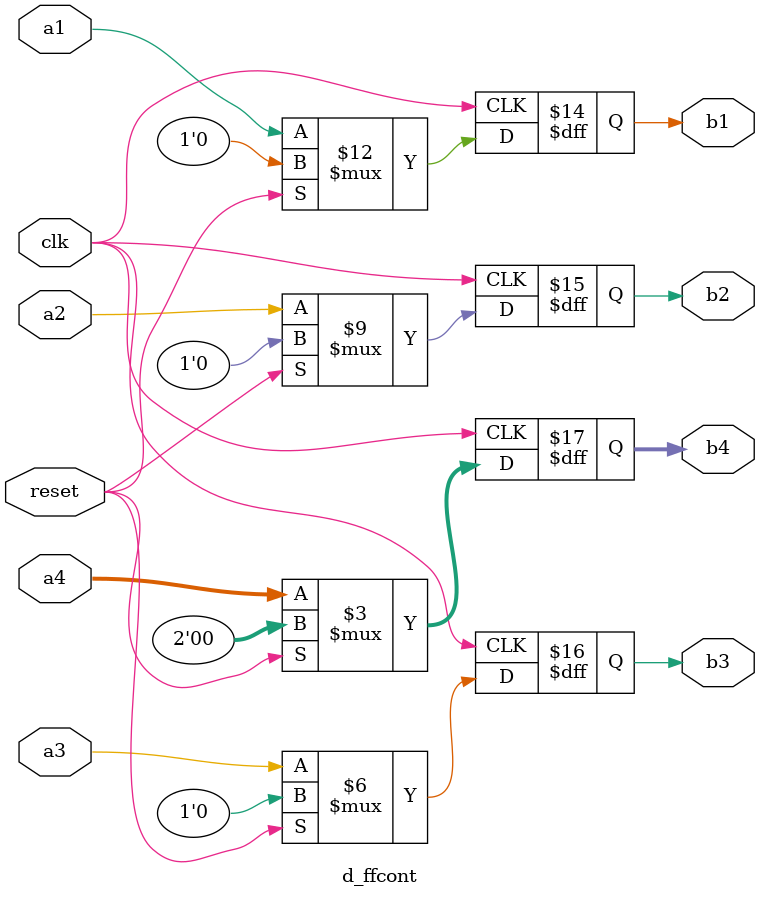
<source format=sv>
module d_ffcont(
    input logic clk,reset,a1,a2,a3,
    input logic[1:0] a4,
    output logic b1,b2,b3,
    output logic[1:0] b4
);
always_ff @( posedge clk ) begin
    if(reset) begin
        b1 <= 1'b0;
        b2 <= 1'b0;
        b3 <= 1'b0;
        b4 <= 2'b0; 
    end
    else begin   
        b1 <= a1;
        b2 <= a2;
        b3 <= a3;
        b4 <= a4;
    end
end


endmodule
</source>
